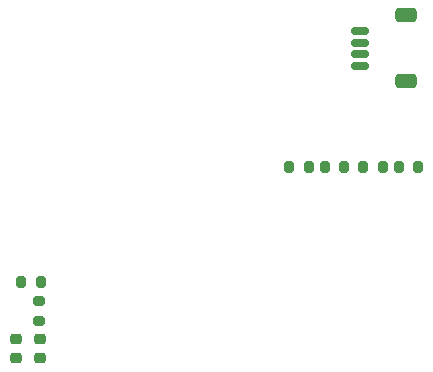
<source format=gtp>
G04 #@! TF.GenerationSoftware,KiCad,Pcbnew,8.0.7*
G04 #@! TF.CreationDate,2025-01-17T18:29:13+11:00*
G04 #@! TF.ProjectId,MQTTDecoderExpansionBoard,4d515454-4465-4636-9f64-657245787061,A*
G04 #@! TF.SameCoordinates,Original*
G04 #@! TF.FileFunction,Paste,Top*
G04 #@! TF.FilePolarity,Positive*
%FSLAX46Y46*%
G04 Gerber Fmt 4.6, Leading zero omitted, Abs format (unit mm)*
G04 Created by KiCad (PCBNEW 8.0.7) date 2025-01-17 18:29:13*
%MOMM*%
%LPD*%
G01*
G04 APERTURE LIST*
G04 Aperture macros list*
%AMRoundRect*
0 Rectangle with rounded corners*
0 $1 Rounding radius*
0 $2 $3 $4 $5 $6 $7 $8 $9 X,Y pos of 4 corners*
0 Add a 4 corners polygon primitive as box body*
4,1,4,$2,$3,$4,$5,$6,$7,$8,$9,$2,$3,0*
0 Add four circle primitives for the rounded corners*
1,1,$1+$1,$2,$3*
1,1,$1+$1,$4,$5*
1,1,$1+$1,$6,$7*
1,1,$1+$1,$8,$9*
0 Add four rect primitives between the rounded corners*
20,1,$1+$1,$2,$3,$4,$5,0*
20,1,$1+$1,$4,$5,$6,$7,0*
20,1,$1+$1,$6,$7,$8,$9,0*
20,1,$1+$1,$8,$9,$2,$3,0*%
G04 Aperture macros list end*
%ADD10RoundRect,0.200000X-0.200000X-0.275000X0.200000X-0.275000X0.200000X0.275000X-0.200000X0.275000X0*%
%ADD11RoundRect,0.200000X0.200000X0.275000X-0.200000X0.275000X-0.200000X-0.275000X0.200000X-0.275000X0*%
%ADD12RoundRect,0.218750X0.256250X-0.218750X0.256250X0.218750X-0.256250X0.218750X-0.256250X-0.218750X0*%
%ADD13RoundRect,0.150000X0.625000X-0.150000X0.625000X0.150000X-0.625000X0.150000X-0.625000X-0.150000X0*%
%ADD14RoundRect,0.250000X0.650000X-0.350000X0.650000X0.350000X-0.650000X0.350000X-0.650000X-0.350000X0*%
%ADD15RoundRect,0.200000X0.275000X-0.200000X0.275000X0.200000X-0.275000X0.200000X-0.275000X-0.200000X0*%
G04 APERTURE END LIST*
D10*
X166730000Y-90500000D03*
X168380000Y-90500000D03*
X163730000Y-90500000D03*
X165380000Y-90500000D03*
D11*
X136430000Y-100240000D03*
X134780000Y-100240000D03*
D12*
X134331177Y-106707500D03*
X134331177Y-105132500D03*
D11*
X162115000Y-90500000D03*
X160465000Y-90500000D03*
D13*
X163500000Y-82000000D03*
X163500000Y-81000000D03*
X163500000Y-80000000D03*
X163500000Y-79000000D03*
D14*
X167375000Y-83300000D03*
X167375000Y-77700000D03*
D15*
X136280000Y-103565000D03*
X136280000Y-101915000D03*
D10*
X157480000Y-90500000D03*
X159130000Y-90500000D03*
D12*
X136331177Y-106707500D03*
X136331177Y-105132500D03*
M02*

</source>
